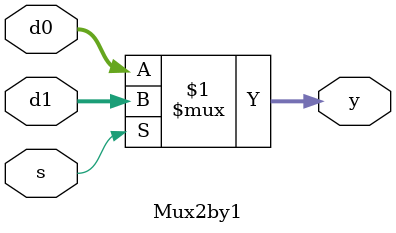
<source format=v>
module Mux2by1 #(parameter WIDTH = 8)
             (input  [WIDTH-1:0] d0, d1,
              input  s,
              output [WIDTH-1:0] y);

    assign y = s ? d1 : d0;

endmodule

</source>
